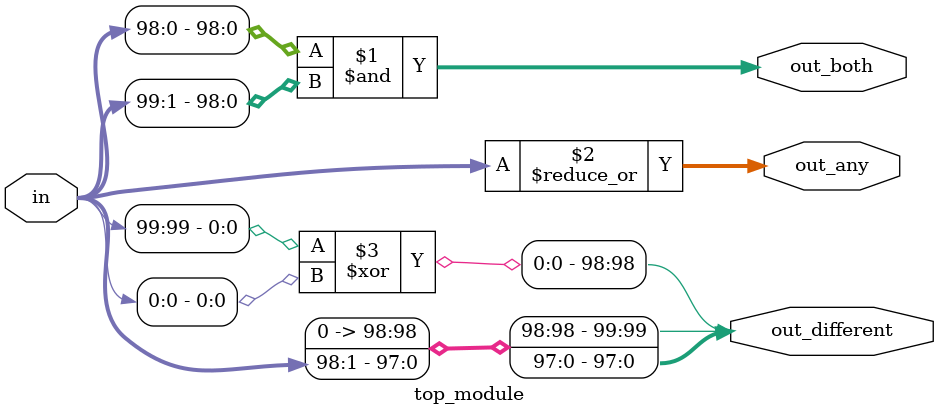
<source format=sv>
module top_module (
	input [99:0] in,
	output [98:0] out_both,
	output [99:1] out_any,
	output [99:0] out_different
);

	assign out_both = in[98:0] & in[99:1];
	assign out_any = |in; 
	assign out_different = {in[99] ^ in[0], in[98:1]};

endmodule

</source>
